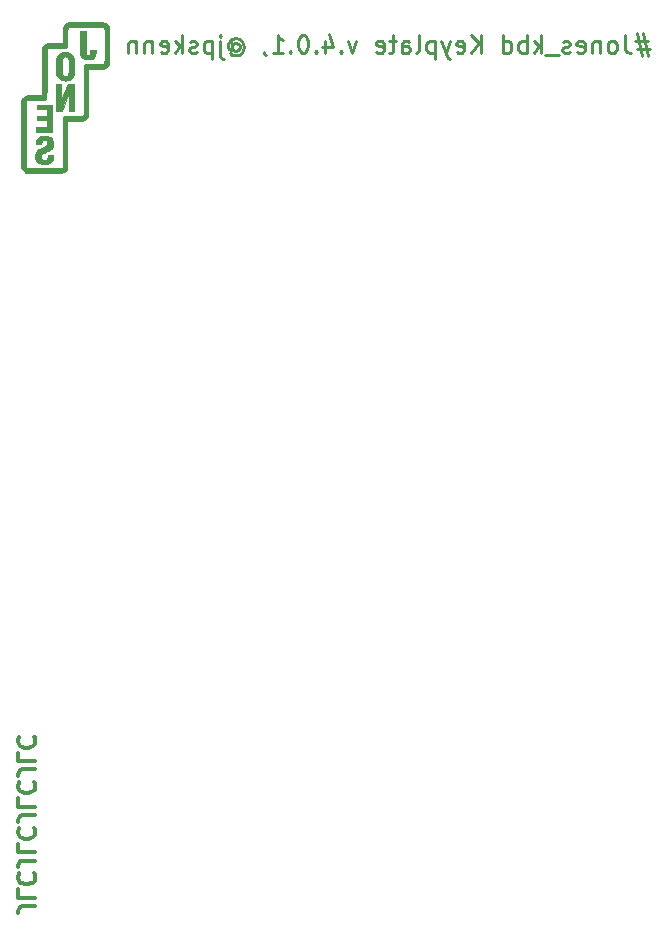
<source format=gbo>
%TF.GenerationSoftware,KiCad,Pcbnew,(5.1.10-1-10_14)*%
%TF.CreationDate,2021-07-02T05:56:29+09:00*%
%TF.ProjectId,keyplate,6b657970-6c61-4746-952e-6b696361645f,rev?*%
%TF.SameCoordinates,Original*%
%TF.FileFunction,Legend,Bot*%
%TF.FilePolarity,Positive*%
%FSLAX46Y46*%
G04 Gerber Fmt 4.6, Leading zero omitted, Abs format (unit mm)*
G04 Created by KiCad (PCBNEW (5.1.10-1-10_14)) date 2021-07-02 05:56:29*
%MOMM*%
%LPD*%
G01*
G04 APERTURE LIST*
%ADD10C,0.300000*%
%ADD11C,0.250000*%
%ADD12C,0.010000*%
G04 APERTURE END LIST*
D10*
X17046428Y-107238571D02*
X15974999Y-107238571D01*
X15760714Y-107310000D01*
X15617857Y-107452857D01*
X15546428Y-107667142D01*
X15546428Y-107810000D01*
X15546428Y-105810000D02*
X15546428Y-106524285D01*
X17046428Y-106524285D01*
X15689285Y-104452857D02*
X15617857Y-104524285D01*
X15546428Y-104738571D01*
X15546428Y-104881428D01*
X15617857Y-105095714D01*
X15760714Y-105238571D01*
X15903571Y-105310000D01*
X16189285Y-105381428D01*
X16403571Y-105381428D01*
X16689285Y-105310000D01*
X16832142Y-105238571D01*
X16975000Y-105095714D01*
X17046428Y-104881428D01*
X17046428Y-104738571D01*
X16975000Y-104524285D01*
X16903571Y-104452857D01*
X17046428Y-103381428D02*
X15975000Y-103381428D01*
X15760714Y-103452857D01*
X15617857Y-103595714D01*
X15546428Y-103810000D01*
X15546428Y-103952857D01*
X15546428Y-101952857D02*
X15546428Y-102667142D01*
X17046428Y-102667142D01*
X15689285Y-100595714D02*
X15617857Y-100667142D01*
X15546428Y-100881428D01*
X15546428Y-101024285D01*
X15617857Y-101238571D01*
X15760714Y-101381428D01*
X15903571Y-101452857D01*
X16189285Y-101524285D01*
X16403571Y-101524285D01*
X16689285Y-101452857D01*
X16832142Y-101381428D01*
X16975000Y-101238571D01*
X17046428Y-101024285D01*
X17046428Y-100881428D01*
X16975000Y-100667142D01*
X16903571Y-100595714D01*
X17046428Y-99524285D02*
X15975000Y-99524285D01*
X15760714Y-99595714D01*
X15617857Y-99738571D01*
X15546428Y-99952857D01*
X15546428Y-100095714D01*
X15546428Y-98095714D02*
X15546428Y-98810000D01*
X17046428Y-98810000D01*
X15689285Y-96738571D02*
X15617857Y-96810000D01*
X15546428Y-97024285D01*
X15546428Y-97167142D01*
X15617857Y-97381428D01*
X15760714Y-97524285D01*
X15903571Y-97595714D01*
X16189285Y-97667142D01*
X16403571Y-97667142D01*
X16689285Y-97595714D01*
X16832142Y-97524285D01*
X16975000Y-97381428D01*
X17046428Y-97167142D01*
X17046428Y-97024285D01*
X16975000Y-96810000D01*
X16903571Y-96738571D01*
X17046428Y-95667142D02*
X15975000Y-95667142D01*
X15760714Y-95738571D01*
X15617857Y-95881428D01*
X15546428Y-96095714D01*
X15546428Y-96238571D01*
X15546428Y-94238571D02*
X15546428Y-94952857D01*
X17046428Y-94952857D01*
X15689285Y-92881428D02*
X15617857Y-92952857D01*
X15546428Y-93167142D01*
X15546428Y-93310000D01*
X15617857Y-93524285D01*
X15760714Y-93667142D01*
X15903571Y-93738571D01*
X16189285Y-93810000D01*
X16403571Y-93810000D01*
X16689285Y-93738571D01*
X16832142Y-93667142D01*
X16975000Y-93524285D01*
X17046428Y-93310000D01*
X17046428Y-93167142D01*
X16975000Y-92952857D01*
X16903571Y-92881428D01*
D11*
X68926785Y-33988571D02*
X67855357Y-33988571D01*
X68498214Y-33345714D02*
X68926785Y-35274285D01*
X67998214Y-34631428D02*
X69069642Y-34631428D01*
X68426785Y-35274285D02*
X67998214Y-33345714D01*
X66926785Y-33488571D02*
X66926785Y-34560000D01*
X66998214Y-34774285D01*
X67141071Y-34917142D01*
X67355357Y-34988571D01*
X67498214Y-34988571D01*
X65998214Y-34988571D02*
X66141071Y-34917142D01*
X66212500Y-34845714D01*
X66283928Y-34702857D01*
X66283928Y-34274285D01*
X66212500Y-34131428D01*
X66141071Y-34060000D01*
X65998214Y-33988571D01*
X65783928Y-33988571D01*
X65641071Y-34060000D01*
X65569642Y-34131428D01*
X65498214Y-34274285D01*
X65498214Y-34702857D01*
X65569642Y-34845714D01*
X65641071Y-34917142D01*
X65783928Y-34988571D01*
X65998214Y-34988571D01*
X64855357Y-33988571D02*
X64855357Y-34988571D01*
X64855357Y-34131428D02*
X64783928Y-34060000D01*
X64641071Y-33988571D01*
X64426785Y-33988571D01*
X64283928Y-34060000D01*
X64212500Y-34202857D01*
X64212500Y-34988571D01*
X62926785Y-34917142D02*
X63069642Y-34988571D01*
X63355357Y-34988571D01*
X63498214Y-34917142D01*
X63569642Y-34774285D01*
X63569642Y-34202857D01*
X63498214Y-34060000D01*
X63355357Y-33988571D01*
X63069642Y-33988571D01*
X62926785Y-34060000D01*
X62855357Y-34202857D01*
X62855357Y-34345714D01*
X63569642Y-34488571D01*
X62283928Y-34917142D02*
X62141071Y-34988571D01*
X61855357Y-34988571D01*
X61712500Y-34917142D01*
X61641071Y-34774285D01*
X61641071Y-34702857D01*
X61712500Y-34560000D01*
X61855357Y-34488571D01*
X62069642Y-34488571D01*
X62212500Y-34417142D01*
X62283928Y-34274285D01*
X62283928Y-34202857D01*
X62212500Y-34060000D01*
X62069642Y-33988571D01*
X61855357Y-33988571D01*
X61712500Y-34060000D01*
X61355357Y-35131428D02*
X60212500Y-35131428D01*
X59855357Y-34988571D02*
X59855357Y-33488571D01*
X59712500Y-34417142D02*
X59283928Y-34988571D01*
X59283928Y-33988571D02*
X59855357Y-34560000D01*
X58641071Y-34988571D02*
X58641071Y-33488571D01*
X58641071Y-34060000D02*
X58498214Y-33988571D01*
X58212500Y-33988571D01*
X58069642Y-34060000D01*
X57998214Y-34131428D01*
X57926785Y-34274285D01*
X57926785Y-34702857D01*
X57998214Y-34845714D01*
X58069642Y-34917142D01*
X58212500Y-34988571D01*
X58498214Y-34988571D01*
X58641071Y-34917142D01*
X56641071Y-34988571D02*
X56641071Y-33488571D01*
X56641071Y-34917142D02*
X56783928Y-34988571D01*
X57069642Y-34988571D01*
X57212500Y-34917142D01*
X57283928Y-34845714D01*
X57355357Y-34702857D01*
X57355357Y-34274285D01*
X57283928Y-34131428D01*
X57212500Y-34060000D01*
X57069642Y-33988571D01*
X56783928Y-33988571D01*
X56641071Y-34060000D01*
X54783928Y-34988571D02*
X54783928Y-33488571D01*
X53926785Y-34988571D02*
X54569642Y-34131428D01*
X53926785Y-33488571D02*
X54783928Y-34345714D01*
X52712500Y-34917142D02*
X52855357Y-34988571D01*
X53141071Y-34988571D01*
X53283928Y-34917142D01*
X53355357Y-34774285D01*
X53355357Y-34202857D01*
X53283928Y-34060000D01*
X53141071Y-33988571D01*
X52855357Y-33988571D01*
X52712500Y-34060000D01*
X52641071Y-34202857D01*
X52641071Y-34345714D01*
X53355357Y-34488571D01*
X52141071Y-33988571D02*
X51783928Y-34988571D01*
X51426785Y-33988571D02*
X51783928Y-34988571D01*
X51926785Y-35345714D01*
X51998214Y-35417142D01*
X52141071Y-35488571D01*
X50855357Y-33988571D02*
X50855357Y-35488571D01*
X50855357Y-34060000D02*
X50712500Y-33988571D01*
X50426785Y-33988571D01*
X50283928Y-34060000D01*
X50212500Y-34131428D01*
X50141071Y-34274285D01*
X50141071Y-34702857D01*
X50212500Y-34845714D01*
X50283928Y-34917142D01*
X50426785Y-34988571D01*
X50712500Y-34988571D01*
X50855357Y-34917142D01*
X49283928Y-34988571D02*
X49426785Y-34917142D01*
X49498214Y-34774285D01*
X49498214Y-33488571D01*
X48069642Y-34988571D02*
X48069642Y-34202857D01*
X48141071Y-34060000D01*
X48283928Y-33988571D01*
X48569642Y-33988571D01*
X48712499Y-34060000D01*
X48069642Y-34917142D02*
X48212499Y-34988571D01*
X48569642Y-34988571D01*
X48712499Y-34917142D01*
X48783928Y-34774285D01*
X48783928Y-34631428D01*
X48712499Y-34488571D01*
X48569642Y-34417142D01*
X48212499Y-34417142D01*
X48069642Y-34345714D01*
X47569642Y-33988571D02*
X46998214Y-33988571D01*
X47355357Y-33488571D02*
X47355357Y-34774285D01*
X47283928Y-34917142D01*
X47141071Y-34988571D01*
X46998214Y-34988571D01*
X45926785Y-34917142D02*
X46069642Y-34988571D01*
X46355357Y-34988571D01*
X46498214Y-34917142D01*
X46569642Y-34774285D01*
X46569642Y-34202857D01*
X46498214Y-34060000D01*
X46355357Y-33988571D01*
X46069642Y-33988571D01*
X45926785Y-34060000D01*
X45855357Y-34202857D01*
X45855357Y-34345714D01*
X46569642Y-34488571D01*
X44212499Y-33988571D02*
X43855357Y-34988571D01*
X43498214Y-33988571D01*
X42926785Y-34845714D02*
X42855357Y-34917142D01*
X42926785Y-34988571D01*
X42998214Y-34917142D01*
X42926785Y-34845714D01*
X42926785Y-34988571D01*
X41569642Y-33988571D02*
X41569642Y-34988571D01*
X41926785Y-33417142D02*
X42283928Y-34488571D01*
X41355357Y-34488571D01*
X40783928Y-34845714D02*
X40712499Y-34917142D01*
X40783928Y-34988571D01*
X40855357Y-34917142D01*
X40783928Y-34845714D01*
X40783928Y-34988571D01*
X39783928Y-33488571D02*
X39641071Y-33488571D01*
X39498214Y-33560000D01*
X39426785Y-33631428D01*
X39355357Y-33774285D01*
X39283928Y-34060000D01*
X39283928Y-34417142D01*
X39355357Y-34702857D01*
X39426785Y-34845714D01*
X39498214Y-34917142D01*
X39641071Y-34988571D01*
X39783928Y-34988571D01*
X39926785Y-34917142D01*
X39998214Y-34845714D01*
X40069642Y-34702857D01*
X40141071Y-34417142D01*
X40141071Y-34060000D01*
X40069642Y-33774285D01*
X39998214Y-33631428D01*
X39926785Y-33560000D01*
X39783928Y-33488571D01*
X38641071Y-34845714D02*
X38569642Y-34917142D01*
X38641071Y-34988571D01*
X38712499Y-34917142D01*
X38641071Y-34845714D01*
X38641071Y-34988571D01*
X37141071Y-34988571D02*
X37998214Y-34988571D01*
X37569642Y-34988571D02*
X37569642Y-33488571D01*
X37712499Y-33702857D01*
X37855357Y-33845714D01*
X37998214Y-33917142D01*
X36426785Y-34917142D02*
X36426785Y-34988571D01*
X36498214Y-35131428D01*
X36569642Y-35202857D01*
X33712499Y-34274285D02*
X33783928Y-34202857D01*
X33926785Y-34131428D01*
X34069642Y-34131428D01*
X34212499Y-34202857D01*
X34283928Y-34274285D01*
X34355357Y-34417142D01*
X34355357Y-34560000D01*
X34283928Y-34702857D01*
X34212499Y-34774285D01*
X34069642Y-34845714D01*
X33926785Y-34845714D01*
X33783928Y-34774285D01*
X33712499Y-34702857D01*
X33712499Y-34131428D02*
X33712499Y-34702857D01*
X33641071Y-34774285D01*
X33569642Y-34774285D01*
X33426785Y-34702857D01*
X33355357Y-34560000D01*
X33355357Y-34202857D01*
X33498214Y-33988571D01*
X33712499Y-33845714D01*
X33998214Y-33774285D01*
X34283928Y-33845714D01*
X34498214Y-33988571D01*
X34641071Y-34202857D01*
X34712499Y-34488571D01*
X34641071Y-34774285D01*
X34498214Y-34988571D01*
X34283928Y-35131428D01*
X33998214Y-35202857D01*
X33712499Y-35131428D01*
X33498214Y-34988571D01*
X32712499Y-33988571D02*
X32712499Y-35274285D01*
X32783928Y-35417142D01*
X32926785Y-35488571D01*
X32998214Y-35488571D01*
X32712499Y-33488571D02*
X32783928Y-33560000D01*
X32712499Y-33631428D01*
X32641071Y-33560000D01*
X32712499Y-33488571D01*
X32712499Y-33631428D01*
X31998214Y-33988571D02*
X31998214Y-35488571D01*
X31998214Y-34060000D02*
X31855357Y-33988571D01*
X31569642Y-33988571D01*
X31426785Y-34060000D01*
X31355357Y-34131428D01*
X31283928Y-34274285D01*
X31283928Y-34702857D01*
X31355357Y-34845714D01*
X31426785Y-34917142D01*
X31569642Y-34988571D01*
X31855357Y-34988571D01*
X31998214Y-34917142D01*
X30712499Y-34917142D02*
X30569642Y-34988571D01*
X30283928Y-34988571D01*
X30141071Y-34917142D01*
X30069642Y-34774285D01*
X30069642Y-34702857D01*
X30141071Y-34560000D01*
X30283928Y-34488571D01*
X30498214Y-34488571D01*
X30641071Y-34417142D01*
X30712499Y-34274285D01*
X30712499Y-34202857D01*
X30641071Y-34060000D01*
X30498214Y-33988571D01*
X30283928Y-33988571D01*
X30141071Y-34060000D01*
X29426785Y-34988571D02*
X29426785Y-33488571D01*
X29283928Y-34417142D02*
X28855357Y-34988571D01*
X28855357Y-33988571D02*
X29426785Y-34560000D01*
X27641071Y-34917142D02*
X27783928Y-34988571D01*
X28069642Y-34988571D01*
X28212499Y-34917142D01*
X28283928Y-34774285D01*
X28283928Y-34202857D01*
X28212499Y-34060000D01*
X28069642Y-33988571D01*
X27783928Y-33988571D01*
X27641071Y-34060000D01*
X27569642Y-34202857D01*
X27569642Y-34345714D01*
X28283928Y-34488571D01*
X26926785Y-33988571D02*
X26926785Y-34988571D01*
X26926785Y-34131428D02*
X26855357Y-34060000D01*
X26712499Y-33988571D01*
X26498214Y-33988571D01*
X26355357Y-34060000D01*
X26283928Y-34202857D01*
X26283928Y-34988571D01*
X25569642Y-33988571D02*
X25569642Y-34988571D01*
X25569642Y-34131428D02*
X25498214Y-34060000D01*
X25355357Y-33988571D01*
X25141071Y-33988571D01*
X24998214Y-34060000D01*
X24926785Y-34202857D01*
X24926785Y-34988571D01*
D12*
%TO.C,G\u002A\u002A\u002A*%
G36*
X20819100Y-34112441D02*
G01*
X20820469Y-34311254D01*
X20821858Y-34482585D01*
X20823439Y-34628833D01*
X20825383Y-34752397D01*
X20827863Y-34855678D01*
X20831050Y-34941074D01*
X20835116Y-35010985D01*
X20840233Y-35067810D01*
X20846572Y-35113950D01*
X20854305Y-35151803D01*
X20863604Y-35183769D01*
X20874641Y-35212247D01*
X20887587Y-35239638D01*
X20901709Y-35266647D01*
X20943071Y-35334499D01*
X20988802Y-35386129D01*
X21039235Y-35426788D01*
X21130319Y-35477121D01*
X21243788Y-35514397D01*
X21374707Y-35537673D01*
X21518145Y-35546004D01*
X21638032Y-35541321D01*
X21768462Y-35518534D01*
X21879549Y-35472978D01*
X21971278Y-35404674D01*
X22043631Y-35313644D01*
X22096591Y-35199910D01*
X22130143Y-35063495D01*
X22144270Y-34904420D01*
X22144769Y-34866970D01*
X22144882Y-34766117D01*
X21696647Y-34766117D01*
X21696647Y-34879030D01*
X21690685Y-34992032D01*
X21672632Y-35078594D01*
X21642238Y-35139712D01*
X21626743Y-35157094D01*
X21597883Y-35178195D01*
X21562312Y-35188785D01*
X21509131Y-35191920D01*
X21502411Y-35191941D01*
X21429041Y-35183663D01*
X21376930Y-35156650D01*
X21341769Y-35107636D01*
X21324582Y-35057096D01*
X21320533Y-35025613D01*
X21317063Y-34965502D01*
X21314169Y-34876574D01*
X21311847Y-34758640D01*
X21310094Y-34611511D01*
X21308906Y-34435000D01*
X21308282Y-34228916D01*
X21308176Y-34087148D01*
X21308176Y-33182353D01*
X20812927Y-33182353D01*
X20819100Y-34112441D01*
G37*
X20819100Y-34112441D02*
X20820469Y-34311254D01*
X20821858Y-34482585D01*
X20823439Y-34628833D01*
X20825383Y-34752397D01*
X20827863Y-34855678D01*
X20831050Y-34941074D01*
X20835116Y-35010985D01*
X20840233Y-35067810D01*
X20846572Y-35113950D01*
X20854305Y-35151803D01*
X20863604Y-35183769D01*
X20874641Y-35212247D01*
X20887587Y-35239638D01*
X20901709Y-35266647D01*
X20943071Y-35334499D01*
X20988802Y-35386129D01*
X21039235Y-35426788D01*
X21130319Y-35477121D01*
X21243788Y-35514397D01*
X21374707Y-35537673D01*
X21518145Y-35546004D01*
X21638032Y-35541321D01*
X21768462Y-35518534D01*
X21879549Y-35472978D01*
X21971278Y-35404674D01*
X22043631Y-35313644D01*
X22096591Y-35199910D01*
X22130143Y-35063495D01*
X22144270Y-34904420D01*
X22144769Y-34866970D01*
X22144882Y-34766117D01*
X21696647Y-34766117D01*
X21696647Y-34879030D01*
X21690685Y-34992032D01*
X21672632Y-35078594D01*
X21642238Y-35139712D01*
X21626743Y-35157094D01*
X21597883Y-35178195D01*
X21562312Y-35188785D01*
X21509131Y-35191920D01*
X21502411Y-35191941D01*
X21429041Y-35183663D01*
X21376930Y-35156650D01*
X21341769Y-35107636D01*
X21324582Y-35057096D01*
X21320533Y-35025613D01*
X21317063Y-34965502D01*
X21314169Y-34876574D01*
X21311847Y-34758640D01*
X21310094Y-34611511D01*
X21308906Y-34435000D01*
X21308282Y-34228916D01*
X21308176Y-34087148D01*
X21308176Y-33182353D01*
X20812927Y-33182353D01*
X20819100Y-34112441D01*
G36*
X19470234Y-34937310D02*
G01*
X19374889Y-34946576D01*
X19294814Y-34960736D01*
X19269968Y-34967468D01*
X19148354Y-35020401D01*
X19042391Y-35097868D01*
X18953533Y-35198113D01*
X18883232Y-35319374D01*
X18832942Y-35459895D01*
X18820810Y-35511032D01*
X18803159Y-35619527D01*
X18789899Y-35751040D01*
X18781031Y-35899030D01*
X18776555Y-36056956D01*
X18776471Y-36218279D01*
X18780778Y-36376456D01*
X18789477Y-36524948D01*
X18802568Y-36657215D01*
X18820051Y-36766716D01*
X18820810Y-36770380D01*
X18864068Y-36918429D01*
X18927023Y-37044998D01*
X19009028Y-37149377D01*
X19109433Y-37230853D01*
X19227589Y-37288715D01*
X19316810Y-37314014D01*
X19384552Y-37324044D01*
X19470510Y-37330587D01*
X19564818Y-37333504D01*
X19657608Y-37332654D01*
X19739014Y-37327898D01*
X19791647Y-37320730D01*
X19923458Y-37282595D01*
X20036094Y-37224389D01*
X20130314Y-37145111D01*
X20206879Y-37043759D01*
X20266548Y-36919333D01*
X20310082Y-36770832D01*
X20337766Y-36601473D01*
X20345114Y-36513741D01*
X20350379Y-36403575D01*
X20353561Y-36278352D01*
X20354662Y-36145448D01*
X20354210Y-36083873D01*
X19871522Y-36083873D01*
X19869788Y-36226948D01*
X19867120Y-36366245D01*
X19863855Y-36479528D01*
X19859531Y-36570663D01*
X19853689Y-36643517D01*
X19845865Y-36701957D01*
X19835599Y-36749850D01*
X19822430Y-36791063D01*
X19805895Y-36829464D01*
X19795394Y-36850411D01*
X19743555Y-36920992D01*
X19675744Y-36967340D01*
X19595102Y-36988189D01*
X19504774Y-36982275D01*
X19481753Y-36976663D01*
X19414265Y-36942647D01*
X19357993Y-36881994D01*
X19314266Y-36796265D01*
X19304532Y-36768235D01*
X19289785Y-36703416D01*
X19277826Y-36613975D01*
X19268653Y-36505044D01*
X19262268Y-36381753D01*
X19258671Y-36249233D01*
X19257861Y-36112614D01*
X19259840Y-35977027D01*
X19264606Y-35847604D01*
X19272161Y-35729474D01*
X19282504Y-35627769D01*
X19295636Y-35547619D01*
X19304485Y-35513176D01*
X19343664Y-35420337D01*
X19395111Y-35353915D01*
X19459973Y-35312590D01*
X19486646Y-35303651D01*
X19575211Y-35292000D01*
X19656145Y-35304892D01*
X19724390Y-35340836D01*
X19767341Y-35386474D01*
X19795876Y-35433615D01*
X19819211Y-35485887D01*
X19837728Y-35546443D01*
X19851814Y-35618438D01*
X19861852Y-35705024D01*
X19868226Y-35809356D01*
X19871321Y-35934588D01*
X19871522Y-36083873D01*
X20354210Y-36083873D01*
X20353683Y-36012239D01*
X20350626Y-35886102D01*
X20345489Y-35774412D01*
X20338276Y-35684547D01*
X20337642Y-35678805D01*
X20309324Y-35505698D01*
X20265873Y-35357701D01*
X20206319Y-35233613D01*
X20129693Y-35132235D01*
X20035027Y-35052364D01*
X19921351Y-34992799D01*
X19787698Y-34952340D01*
X19744853Y-34943972D01*
X19665519Y-34935498D01*
X19570545Y-34933447D01*
X19470234Y-34937310D01*
G37*
X19470234Y-34937310D02*
X19374889Y-34946576D01*
X19294814Y-34960736D01*
X19269968Y-34967468D01*
X19148354Y-35020401D01*
X19042391Y-35097868D01*
X18953533Y-35198113D01*
X18883232Y-35319374D01*
X18832942Y-35459895D01*
X18820810Y-35511032D01*
X18803159Y-35619527D01*
X18789899Y-35751040D01*
X18781031Y-35899030D01*
X18776555Y-36056956D01*
X18776471Y-36218279D01*
X18780778Y-36376456D01*
X18789477Y-36524948D01*
X18802568Y-36657215D01*
X18820051Y-36766716D01*
X18820810Y-36770380D01*
X18864068Y-36918429D01*
X18927023Y-37044998D01*
X19009028Y-37149377D01*
X19109433Y-37230853D01*
X19227589Y-37288715D01*
X19316810Y-37314014D01*
X19384552Y-37324044D01*
X19470510Y-37330587D01*
X19564818Y-37333504D01*
X19657608Y-37332654D01*
X19739014Y-37327898D01*
X19791647Y-37320730D01*
X19923458Y-37282595D01*
X20036094Y-37224389D01*
X20130314Y-37145111D01*
X20206879Y-37043759D01*
X20266548Y-36919333D01*
X20310082Y-36770832D01*
X20337766Y-36601473D01*
X20345114Y-36513741D01*
X20350379Y-36403575D01*
X20353561Y-36278352D01*
X20354662Y-36145448D01*
X20354210Y-36083873D01*
X19871522Y-36083873D01*
X19869788Y-36226948D01*
X19867120Y-36366245D01*
X19863855Y-36479528D01*
X19859531Y-36570663D01*
X19853689Y-36643517D01*
X19845865Y-36701957D01*
X19835599Y-36749850D01*
X19822430Y-36791063D01*
X19805895Y-36829464D01*
X19795394Y-36850411D01*
X19743555Y-36920992D01*
X19675744Y-36967340D01*
X19595102Y-36988189D01*
X19504774Y-36982275D01*
X19481753Y-36976663D01*
X19414265Y-36942647D01*
X19357993Y-36881994D01*
X19314266Y-36796265D01*
X19304532Y-36768235D01*
X19289785Y-36703416D01*
X19277826Y-36613975D01*
X19268653Y-36505044D01*
X19262268Y-36381753D01*
X19258671Y-36249233D01*
X19257861Y-36112614D01*
X19259840Y-35977027D01*
X19264606Y-35847604D01*
X19272161Y-35729474D01*
X19282504Y-35627769D01*
X19295636Y-35547619D01*
X19304485Y-35513176D01*
X19343664Y-35420337D01*
X19395111Y-35353915D01*
X19459973Y-35312590D01*
X19486646Y-35303651D01*
X19575211Y-35292000D01*
X19656145Y-35304892D01*
X19724390Y-35340836D01*
X19767341Y-35386474D01*
X19795876Y-35433615D01*
X19819211Y-35485887D01*
X19837728Y-35546443D01*
X19851814Y-35618438D01*
X19861852Y-35705024D01*
X19868226Y-35809356D01*
X19871321Y-35934588D01*
X19871522Y-36083873D01*
X20354210Y-36083873D01*
X20353683Y-36012239D01*
X20350626Y-35886102D01*
X20345489Y-35774412D01*
X20338276Y-35684547D01*
X20337642Y-35678805D01*
X20309324Y-35505698D01*
X20265873Y-35357701D01*
X20206319Y-35233613D01*
X20129693Y-35132235D01*
X20035027Y-35052364D01*
X19921351Y-34992799D01*
X19787698Y-34952340D01*
X19744853Y-34943972D01*
X19665519Y-34935498D01*
X19570545Y-34933447D01*
X19470234Y-34937310D01*
G36*
X19511443Y-38400559D02*
G01*
X19232846Y-39181235D01*
X19232099Y-38400559D01*
X19231353Y-37619882D01*
X18798058Y-37619882D01*
X18798058Y-39951380D01*
X19068493Y-39947307D01*
X19338927Y-39943235D01*
X19902443Y-38344529D01*
X19903074Y-39147617D01*
X19903705Y-39950706D01*
X20337000Y-39950706D01*
X20337000Y-37619882D01*
X19790041Y-37619882D01*
X19511443Y-38400559D01*
G37*
X19511443Y-38400559D02*
X19232846Y-39181235D01*
X19232099Y-38400559D01*
X19231353Y-37619882D01*
X18798058Y-37619882D01*
X18798058Y-39951380D01*
X19068493Y-39947307D01*
X19338927Y-39943235D01*
X19902443Y-38344529D01*
X19903074Y-39147617D01*
X19903705Y-39950706D01*
X20337000Y-39950706D01*
X20337000Y-37619882D01*
X19790041Y-37619882D01*
X19511443Y-38400559D01*
G36*
X17169470Y-39786353D02*
G01*
X17991235Y-39786353D01*
X17991235Y-40309294D01*
X17214294Y-40309294D01*
X17214294Y-40712706D01*
X17991235Y-40712706D01*
X17991235Y-41310353D01*
X17124647Y-41310353D01*
X17124647Y-41713764D01*
X18469353Y-41713764D01*
X18469353Y-39382941D01*
X17169470Y-39382941D01*
X17169470Y-39786353D01*
G37*
X17169470Y-39786353D02*
X17991235Y-39786353D01*
X17991235Y-40309294D01*
X17214294Y-40309294D01*
X17214294Y-40712706D01*
X17991235Y-40712706D01*
X17991235Y-41310353D01*
X17124647Y-41310353D01*
X17124647Y-41713764D01*
X18469353Y-41713764D01*
X18469353Y-39382941D01*
X17169470Y-39382941D01*
X17169470Y-39786353D01*
G36*
X17653707Y-42008156D02*
G01*
X17509105Y-42039117D01*
X17384864Y-42090759D01*
X17281587Y-42162781D01*
X17199880Y-42254883D01*
X17157581Y-42327513D01*
X17137927Y-42381684D01*
X17119948Y-42455260D01*
X17105617Y-42537764D01*
X17096907Y-42618719D01*
X17095226Y-42658794D01*
X17094764Y-42699882D01*
X17554091Y-42699882D01*
X17564470Y-42621441D01*
X17585510Y-42526335D01*
X17619938Y-42450006D01*
X17665623Y-42396776D01*
X17680189Y-42386572D01*
X17744282Y-42362265D01*
X17817785Y-42357183D01*
X17892487Y-42369469D01*
X17960177Y-42397266D01*
X18012643Y-42438715D01*
X18031736Y-42466089D01*
X18051904Y-42529177D01*
X18057923Y-42606432D01*
X18050191Y-42685914D01*
X18029103Y-42755688D01*
X18021619Y-42770523D01*
X18000755Y-42800452D01*
X17970779Y-42829705D01*
X17928524Y-42860115D01*
X17870828Y-42893515D01*
X17794525Y-42931742D01*
X17696451Y-42976629D01*
X17575532Y-43029119D01*
X17431010Y-43095256D01*
X17313434Y-43159812D01*
X17220165Y-43225406D01*
X17148566Y-43294658D01*
X17095997Y-43370189D01*
X17059818Y-43454617D01*
X17037392Y-43550562D01*
X17035121Y-43565614D01*
X17026721Y-43687222D01*
X17033953Y-43811676D01*
X17055422Y-43931270D01*
X17089736Y-44038293D01*
X17135498Y-44125037D01*
X17136580Y-44126597D01*
X17211933Y-44209584D01*
X17310870Y-44279041D01*
X17429837Y-44333948D01*
X17565280Y-44373287D01*
X17713647Y-44396038D01*
X17871384Y-44401183D01*
X18034938Y-44387701D01*
X18042995Y-44386550D01*
X18184773Y-44354054D01*
X18304758Y-44301128D01*
X18402835Y-44227909D01*
X18478891Y-44134536D01*
X18532809Y-44021147D01*
X18564476Y-43887878D01*
X18573857Y-43749500D01*
X18573941Y-43626235D01*
X18100252Y-43626235D01*
X18090861Y-43748021D01*
X18081652Y-43823258D01*
X18067421Y-43887232D01*
X18053778Y-43923580D01*
X18008296Y-43981626D01*
X17944891Y-44021908D01*
X17869865Y-44044162D01*
X17789515Y-44048124D01*
X17710143Y-44033530D01*
X17638046Y-44000117D01*
X17579526Y-43947619D01*
X17576368Y-43943574D01*
X17543917Y-43879135D01*
X17529051Y-43799979D01*
X17532461Y-43716039D01*
X17554836Y-43637246D01*
X17555034Y-43636797D01*
X17580627Y-43591159D01*
X17616608Y-43550672D01*
X17666936Y-43512676D01*
X17735572Y-43474513D01*
X17826475Y-43433523D01*
X17904569Y-43402078D01*
X17984999Y-43369951D01*
X18064341Y-43336894D01*
X18133913Y-43306608D01*
X18185032Y-43282793D01*
X18188641Y-43280987D01*
X18273292Y-43229237D01*
X18354292Y-43163615D01*
X18422687Y-43092125D01*
X18462032Y-43036573D01*
X18508423Y-42929440D01*
X18535284Y-42804310D01*
X18542082Y-42666255D01*
X18528283Y-42520344D01*
X18520676Y-42478870D01*
X18481261Y-42349944D01*
X18419552Y-42240783D01*
X18335837Y-42151586D01*
X18230405Y-42082551D01*
X18103547Y-42033876D01*
X17955552Y-42005758D01*
X17818066Y-41998179D01*
X17653707Y-42008156D01*
G37*
X17653707Y-42008156D02*
X17509105Y-42039117D01*
X17384864Y-42090759D01*
X17281587Y-42162781D01*
X17199880Y-42254883D01*
X17157581Y-42327513D01*
X17137927Y-42381684D01*
X17119948Y-42455260D01*
X17105617Y-42537764D01*
X17096907Y-42618719D01*
X17095226Y-42658794D01*
X17094764Y-42699882D01*
X17554091Y-42699882D01*
X17564470Y-42621441D01*
X17585510Y-42526335D01*
X17619938Y-42450006D01*
X17665623Y-42396776D01*
X17680189Y-42386572D01*
X17744282Y-42362265D01*
X17817785Y-42357183D01*
X17892487Y-42369469D01*
X17960177Y-42397266D01*
X18012643Y-42438715D01*
X18031736Y-42466089D01*
X18051904Y-42529177D01*
X18057923Y-42606432D01*
X18050191Y-42685914D01*
X18029103Y-42755688D01*
X18021619Y-42770523D01*
X18000755Y-42800452D01*
X17970779Y-42829705D01*
X17928524Y-42860115D01*
X17870828Y-42893515D01*
X17794525Y-42931742D01*
X17696451Y-42976629D01*
X17575532Y-43029119D01*
X17431010Y-43095256D01*
X17313434Y-43159812D01*
X17220165Y-43225406D01*
X17148566Y-43294658D01*
X17095997Y-43370189D01*
X17059818Y-43454617D01*
X17037392Y-43550562D01*
X17035121Y-43565614D01*
X17026721Y-43687222D01*
X17033953Y-43811676D01*
X17055422Y-43931270D01*
X17089736Y-44038293D01*
X17135498Y-44125037D01*
X17136580Y-44126597D01*
X17211933Y-44209584D01*
X17310870Y-44279041D01*
X17429837Y-44333948D01*
X17565280Y-44373287D01*
X17713647Y-44396038D01*
X17871384Y-44401183D01*
X18034938Y-44387701D01*
X18042995Y-44386550D01*
X18184773Y-44354054D01*
X18304758Y-44301128D01*
X18402835Y-44227909D01*
X18478891Y-44134536D01*
X18532809Y-44021147D01*
X18564476Y-43887878D01*
X18573857Y-43749500D01*
X18573941Y-43626235D01*
X18100252Y-43626235D01*
X18090861Y-43748021D01*
X18081652Y-43823258D01*
X18067421Y-43887232D01*
X18053778Y-43923580D01*
X18008296Y-43981626D01*
X17944891Y-44021908D01*
X17869865Y-44044162D01*
X17789515Y-44048124D01*
X17710143Y-44033530D01*
X17638046Y-44000117D01*
X17579526Y-43947619D01*
X17576368Y-43943574D01*
X17543917Y-43879135D01*
X17529051Y-43799979D01*
X17532461Y-43716039D01*
X17554836Y-43637246D01*
X17555034Y-43636797D01*
X17580627Y-43591159D01*
X17616608Y-43550672D01*
X17666936Y-43512676D01*
X17735572Y-43474513D01*
X17826475Y-43433523D01*
X17904569Y-43402078D01*
X17984999Y-43369951D01*
X18064341Y-43336894D01*
X18133913Y-43306608D01*
X18185032Y-43282793D01*
X18188641Y-43280987D01*
X18273292Y-43229237D01*
X18354292Y-43163615D01*
X18422687Y-43092125D01*
X18462032Y-43036573D01*
X18508423Y-42929440D01*
X18535284Y-42804310D01*
X18542082Y-42666255D01*
X18528283Y-42520344D01*
X18520676Y-42478870D01*
X18481261Y-42349944D01*
X18419552Y-42240783D01*
X18335837Y-42151586D01*
X18230405Y-42082551D01*
X18103547Y-42033876D01*
X17955552Y-42005758D01*
X17818066Y-41998179D01*
X17653707Y-42008156D01*
G36*
X21771555Y-32407217D02*
G01*
X21549516Y-32407708D01*
X21299598Y-32408409D01*
X21270823Y-32408495D01*
X19806588Y-32412882D01*
X19720726Y-32447555D01*
X19614558Y-32505978D01*
X19523221Y-32587262D01*
X19450541Y-32686489D01*
X19400345Y-32798738D01*
X19380181Y-32885491D01*
X19377110Y-32921609D01*
X19374263Y-32983723D01*
X19371719Y-33067945D01*
X19369556Y-33170388D01*
X19367854Y-33287167D01*
X19366692Y-33414395D01*
X19366150Y-33548184D01*
X19366124Y-33574559D01*
X19365823Y-34168470D01*
X18771911Y-34168771D01*
X18637300Y-34169183D01*
X18508496Y-34170231D01*
X18389388Y-34171835D01*
X18283860Y-34173914D01*
X18195801Y-34176391D01*
X18129096Y-34179186D01*
X18087633Y-34182219D01*
X18082844Y-34182828D01*
X17964230Y-34214326D01*
X17855070Y-34271082D01*
X17760283Y-34349270D01*
X17684790Y-34445063D01*
X17644907Y-34523373D01*
X17610235Y-34609235D01*
X17602131Y-38589909D01*
X16926359Y-38594219D01*
X16766633Y-38595269D01*
X16633938Y-38596296D01*
X16525425Y-38597443D01*
X16438244Y-38598857D01*
X16369544Y-38600683D01*
X16316475Y-38603067D01*
X16276187Y-38606153D01*
X16245831Y-38610087D01*
X16222555Y-38615014D01*
X16203510Y-38621080D01*
X16185846Y-38628430D01*
X16177072Y-38632432D01*
X16070446Y-38695751D01*
X15980090Y-38777929D01*
X15931804Y-38841238D01*
X15920809Y-38857747D01*
X15910716Y-38872412D01*
X15901489Y-38886515D01*
X15893091Y-38901337D01*
X15885484Y-38918158D01*
X15878633Y-38938259D01*
X15872500Y-38962922D01*
X15867048Y-38993427D01*
X15862240Y-39031055D01*
X15858040Y-39077088D01*
X15854411Y-39132805D01*
X15851315Y-39199488D01*
X15848716Y-39278417D01*
X15846578Y-39370875D01*
X15844862Y-39478140D01*
X15843532Y-39601496D01*
X15842552Y-39742221D01*
X15841885Y-39901598D01*
X15841492Y-40080907D01*
X15841339Y-40281428D01*
X15841387Y-40504444D01*
X15841601Y-40751234D01*
X15841942Y-41023081D01*
X15842375Y-41321263D01*
X15842862Y-41647063D01*
X15843250Y-41916897D01*
X15847176Y-44739988D01*
X15896095Y-44839353D01*
X15959118Y-44938802D01*
X16041765Y-45026232D01*
X16136754Y-45094723D01*
X16194608Y-45123033D01*
X16280470Y-45157706D01*
X17752176Y-45159959D01*
X17960897Y-45160156D01*
X18162207Y-45160107D01*
X18353959Y-45159825D01*
X18534008Y-45159325D01*
X18700207Y-45158621D01*
X18850411Y-45157725D01*
X18982471Y-45156653D01*
X19094244Y-45155417D01*
X19183581Y-45154032D01*
X19248338Y-45152511D01*
X19286367Y-45150868D01*
X19294397Y-45150057D01*
X19412399Y-45115434D01*
X19520589Y-45055987D01*
X19613680Y-44975697D01*
X19686385Y-44878545D01*
X19706927Y-44839406D01*
X19746823Y-44754294D01*
X19750718Y-42748441D01*
X19754614Y-40742588D01*
X20401683Y-40742588D01*
X20569579Y-40742479D01*
X20710557Y-40741934D01*
X20827585Y-40740623D01*
X20923627Y-40738216D01*
X21001649Y-40734386D01*
X21064616Y-40728802D01*
X21115495Y-40721135D01*
X21157250Y-40711056D01*
X21192846Y-40698236D01*
X21225251Y-40682345D01*
X21257428Y-40663055D01*
X21285764Y-40644443D01*
X21369043Y-40576582D01*
X21434454Y-40494025D01*
X21486599Y-40392414D01*
X21524823Y-40301823D01*
X21533031Y-36336891D01*
X22193809Y-36331872D01*
X22351729Y-36330635D01*
X22482705Y-36329438D01*
X22589678Y-36328128D01*
X22675585Y-36326550D01*
X22743365Y-36324550D01*
X22795957Y-36321974D01*
X22836299Y-36318669D01*
X22867332Y-36314479D01*
X22891992Y-36309250D01*
X22913220Y-36302829D01*
X22933953Y-36295061D01*
X22939777Y-36292741D01*
X23025302Y-36246844D01*
X23109129Y-36181542D01*
X23180758Y-36105867D01*
X23215878Y-36055267D01*
X23228576Y-36033436D01*
X23239835Y-36012605D01*
X23249742Y-35990931D01*
X23258383Y-35966574D01*
X23265846Y-35937690D01*
X23272217Y-35902439D01*
X23277584Y-35858977D01*
X23282032Y-35805464D01*
X23285649Y-35740057D01*
X23288522Y-35660914D01*
X23290737Y-35566194D01*
X23292382Y-35454054D01*
X23293542Y-35322652D01*
X23294306Y-35170146D01*
X23294760Y-34994695D01*
X23294991Y-34794457D01*
X23295085Y-34567589D01*
X23295119Y-34374647D01*
X23295138Y-34126684D01*
X23295110Y-34046221D01*
X22906905Y-34046221D01*
X22906863Y-34280851D01*
X22906859Y-34366921D01*
X22906874Y-34610677D01*
X22906848Y-34826336D01*
X22906683Y-35015684D01*
X22906281Y-35180505D01*
X22905547Y-35322586D01*
X22904383Y-35443712D01*
X22902691Y-35545667D01*
X22900376Y-35630239D01*
X22897339Y-35699210D01*
X22893484Y-35754369D01*
X22888713Y-35797498D01*
X22882931Y-35830385D01*
X22876039Y-35854814D01*
X22867940Y-35872571D01*
X22858539Y-35885441D01*
X22847736Y-35895210D01*
X22835437Y-35903663D01*
X22822900Y-35911690D01*
X22811838Y-35917842D01*
X22797268Y-35923053D01*
X22776654Y-35927434D01*
X22747458Y-35931095D01*
X22707143Y-35934145D01*
X22653172Y-35936694D01*
X22583007Y-35938852D01*
X22494112Y-35940728D01*
X22383948Y-35942433D01*
X22249979Y-35944076D01*
X22089667Y-35945766D01*
X22018564Y-35946470D01*
X21836516Y-35948432D01*
X21682396Y-35950510D01*
X21554248Y-35952767D01*
X21450119Y-35955271D01*
X21368054Y-35958085D01*
X21306097Y-35961275D01*
X21262294Y-35964907D01*
X21234691Y-35969046D01*
X21222419Y-35973060D01*
X21211491Y-35978830D01*
X21201623Y-35984009D01*
X21192762Y-35990075D01*
X21184853Y-35998505D01*
X21177842Y-36010775D01*
X21171676Y-36028362D01*
X21166299Y-36052742D01*
X21161659Y-36085394D01*
X21157701Y-36127793D01*
X21154371Y-36181416D01*
X21151615Y-36247741D01*
X21149379Y-36328243D01*
X21147609Y-36424400D01*
X21146251Y-36537689D01*
X21145251Y-36669586D01*
X21144554Y-36821568D01*
X21144108Y-36995112D01*
X21143857Y-37191695D01*
X21143748Y-37412794D01*
X21143727Y-37659885D01*
X21143739Y-37934445D01*
X21143740Y-38123405D01*
X21143617Y-38437469D01*
X21143278Y-38728171D01*
X21142727Y-38994921D01*
X21141968Y-39237126D01*
X21141006Y-39454199D01*
X21139844Y-39645547D01*
X21138487Y-39810580D01*
X21136939Y-39948709D01*
X21135205Y-40059342D01*
X21133287Y-40141890D01*
X21131192Y-40195762D01*
X21128922Y-40220368D01*
X21128821Y-40220756D01*
X21107498Y-40268307D01*
X21076484Y-40309392D01*
X21075423Y-40310403D01*
X21036861Y-40346647D01*
X20264842Y-40354117D01*
X20088885Y-40355805D01*
X19940326Y-40357365D01*
X19816680Y-40359073D01*
X19715464Y-40361205D01*
X19634197Y-40364036D01*
X19570394Y-40367843D01*
X19521573Y-40372900D01*
X19485251Y-40379484D01*
X19458944Y-40387870D01*
X19440171Y-40398333D01*
X19426447Y-40411151D01*
X19415291Y-40426597D01*
X19404218Y-40444948D01*
X19401181Y-40450007D01*
X19397283Y-40457332D01*
X19393755Y-40466787D01*
X19390572Y-40479861D01*
X19387710Y-40498045D01*
X19385144Y-40522827D01*
X19382850Y-40555698D01*
X19380803Y-40598147D01*
X19378977Y-40651665D01*
X19377349Y-40717740D01*
X19375894Y-40797863D01*
X19374587Y-40893524D01*
X19373403Y-41006212D01*
X19372318Y-41137416D01*
X19371306Y-41288627D01*
X19370344Y-41461335D01*
X19369407Y-41657029D01*
X19368470Y-41877199D01*
X19367508Y-42123334D01*
X19366496Y-42396925D01*
X19365823Y-42583751D01*
X19358353Y-44671444D01*
X19319161Y-44710633D01*
X19277580Y-44741335D01*
X19231099Y-44761525D01*
X19229514Y-44761919D01*
X19207532Y-44763637D01*
X19157825Y-44765232D01*
X19082550Y-44766690D01*
X18983863Y-44767997D01*
X18863921Y-44769138D01*
X18724882Y-44770099D01*
X18568902Y-44770866D01*
X18398137Y-44771425D01*
X18214746Y-44771760D01*
X18020885Y-44771859D01*
X17818710Y-44771705D01*
X17767117Y-44771626D01*
X17521376Y-44771139D01*
X17303918Y-44770544D01*
X17113144Y-44769816D01*
X16947456Y-44768931D01*
X16805254Y-44767865D01*
X16684940Y-44766593D01*
X16584915Y-44765091D01*
X16503579Y-44763335D01*
X16439334Y-44761300D01*
X16390581Y-44758963D01*
X16355721Y-44756297D01*
X16333155Y-44753281D01*
X16321284Y-44749888D01*
X16320759Y-44749605D01*
X16289377Y-44723283D01*
X16259392Y-44685690D01*
X16257315Y-44682370D01*
X16253766Y-44676036D01*
X16250518Y-44668323D01*
X16247559Y-44657939D01*
X16244875Y-44643592D01*
X16242452Y-44623987D01*
X16240276Y-44597834D01*
X16238336Y-44563839D01*
X16236616Y-44520711D01*
X16235104Y-44467155D01*
X16233787Y-44401881D01*
X16232650Y-44323595D01*
X16231681Y-44231004D01*
X16230865Y-44122817D01*
X16230191Y-43997741D01*
X16229643Y-43854483D01*
X16229209Y-43691751D01*
X16228876Y-43508252D01*
X16228630Y-43302694D01*
X16228457Y-43073783D01*
X16228344Y-42820229D01*
X16228278Y-42540737D01*
X16228245Y-42234016D01*
X16228232Y-41898773D01*
X16228232Y-41880375D01*
X16228243Y-41541116D01*
X16228297Y-41230470D01*
X16228406Y-40947167D01*
X16228580Y-40689938D01*
X16228829Y-40457514D01*
X16229163Y-40248625D01*
X16229595Y-40062002D01*
X16230134Y-39896375D01*
X16230791Y-39750475D01*
X16231577Y-39623032D01*
X16232502Y-39512778D01*
X16233577Y-39418442D01*
X16234812Y-39338755D01*
X16236219Y-39272448D01*
X16237808Y-39218251D01*
X16239589Y-39174895D01*
X16241573Y-39141111D01*
X16243771Y-39115628D01*
X16246194Y-39097178D01*
X16248851Y-39084491D01*
X16251742Y-39076324D01*
X16261991Y-39055365D01*
X16272849Y-39037673D01*
X16286782Y-39022971D01*
X16306254Y-39010984D01*
X16333732Y-39001433D01*
X16371679Y-38994042D01*
X16422560Y-38988535D01*
X16488841Y-38984633D01*
X16572986Y-38982061D01*
X16677461Y-38980541D01*
X16804730Y-38979797D01*
X16957258Y-38979552D01*
X17113489Y-38979529D01*
X17852345Y-38979529D01*
X17902896Y-38945463D01*
X17940756Y-38913919D01*
X17968977Y-38880046D01*
X17972121Y-38874492D01*
X17974867Y-38863177D01*
X17977358Y-38839774D01*
X17979604Y-38803038D01*
X17981618Y-38751722D01*
X17983412Y-38684579D01*
X17984997Y-38600362D01*
X17986385Y-38497824D01*
X17987588Y-38375719D01*
X17988617Y-38232799D01*
X17989485Y-38067817D01*
X17990203Y-37879528D01*
X17990782Y-37666683D01*
X17991236Y-37428036D01*
X17991574Y-37162341D01*
X17991810Y-36868350D01*
X17991858Y-36783176D01*
X17992082Y-36475177D01*
X17992427Y-36195943D01*
X17992902Y-35944359D01*
X17993517Y-35719306D01*
X17994284Y-35519670D01*
X17995210Y-35344332D01*
X17996308Y-35192177D01*
X17997586Y-35062088D01*
X17999055Y-34952948D01*
X18000724Y-34863641D01*
X18002605Y-34793050D01*
X18004706Y-34740058D01*
X18007038Y-34703549D01*
X18009610Y-34682407D01*
X18010755Y-34677870D01*
X18035559Y-34632977D01*
X18070374Y-34595973D01*
X18070749Y-34595693D01*
X18080862Y-34588746D01*
X18092594Y-34582879D01*
X18108475Y-34577972D01*
X18131030Y-34573906D01*
X18162788Y-34570560D01*
X18206276Y-34567816D01*
X18264022Y-34565553D01*
X18338553Y-34563651D01*
X18432396Y-34561991D01*
X18548079Y-34560453D01*
X18688130Y-34558917D01*
X18855076Y-34557263D01*
X18888457Y-34556941D01*
X19664005Y-34549470D01*
X19746823Y-34466652D01*
X19754294Y-33693082D01*
X19756020Y-33520374D01*
X19757656Y-33375029D01*
X19759307Y-33254531D01*
X19761082Y-33156362D01*
X19763088Y-33078005D01*
X19765433Y-33016941D01*
X19768223Y-32970653D01*
X19771566Y-32936623D01*
X19775570Y-32912334D01*
X19780342Y-32895269D01*
X19785989Y-32882909D01*
X19789074Y-32877861D01*
X19797877Y-32864120D01*
X19806377Y-32851963D01*
X19816359Y-32841295D01*
X19829607Y-32832019D01*
X19847908Y-32824036D01*
X19873047Y-32817251D01*
X19906808Y-32811567D01*
X19950978Y-32806886D01*
X20007342Y-32803111D01*
X20077686Y-32800145D01*
X20163794Y-32797891D01*
X20267452Y-32796253D01*
X20390446Y-32795132D01*
X20534560Y-32794433D01*
X20701581Y-32794057D01*
X20893294Y-32793909D01*
X21111483Y-32793891D01*
X21333843Y-32793905D01*
X21572225Y-32793937D01*
X21782553Y-32794045D01*
X21966657Y-32794261D01*
X22126365Y-32794620D01*
X22263505Y-32795152D01*
X22379908Y-32795891D01*
X22477401Y-32796870D01*
X22557813Y-32798120D01*
X22622973Y-32799674D01*
X22674711Y-32801566D01*
X22714855Y-32803826D01*
X22745233Y-32806489D01*
X22767674Y-32809587D01*
X22784008Y-32813151D01*
X22796063Y-32817216D01*
X22802294Y-32820052D01*
X22819386Y-32828086D01*
X22834512Y-32835269D01*
X22847791Y-32843373D01*
X22859343Y-32854173D01*
X22869289Y-32869438D01*
X22877747Y-32890944D01*
X22884838Y-32920461D01*
X22890682Y-32959762D01*
X22895398Y-33010620D01*
X22899105Y-33074807D01*
X22901925Y-33154095D01*
X22903977Y-33250258D01*
X22905380Y-33365068D01*
X22906255Y-33500296D01*
X22906720Y-33657716D01*
X22906897Y-33839100D01*
X22906905Y-34046221D01*
X23295110Y-34046221D01*
X23295061Y-33906751D01*
X23294812Y-33712995D01*
X23294318Y-33543563D01*
X23293503Y-33396603D01*
X23292293Y-33270261D01*
X23290613Y-33162685D01*
X23288388Y-33072023D01*
X23285543Y-32996422D01*
X23282005Y-32934028D01*
X23277698Y-32882990D01*
X23272547Y-32841454D01*
X23266478Y-32807568D01*
X23259416Y-32779479D01*
X23251286Y-32755335D01*
X23242014Y-32733282D01*
X23231525Y-32711468D01*
X23227750Y-32703939D01*
X23186914Y-32641993D01*
X23128182Y-32576603D01*
X23060805Y-32516818D01*
X22994034Y-32471685D01*
X22985915Y-32467384D01*
X22965135Y-32457262D01*
X22943591Y-32448281D01*
X22919477Y-32440381D01*
X22890983Y-32433498D01*
X22856303Y-32427571D01*
X22813629Y-32422538D01*
X22761153Y-32418337D01*
X22697067Y-32414905D01*
X22619565Y-32412181D01*
X22526837Y-32410102D01*
X22417077Y-32408607D01*
X22288476Y-32407633D01*
X22139227Y-32407118D01*
X21967523Y-32407000D01*
X21771555Y-32407217D01*
G37*
X21771555Y-32407217D02*
X21549516Y-32407708D01*
X21299598Y-32408409D01*
X21270823Y-32408495D01*
X19806588Y-32412882D01*
X19720726Y-32447555D01*
X19614558Y-32505978D01*
X19523221Y-32587262D01*
X19450541Y-32686489D01*
X19400345Y-32798738D01*
X19380181Y-32885491D01*
X19377110Y-32921609D01*
X19374263Y-32983723D01*
X19371719Y-33067945D01*
X19369556Y-33170388D01*
X19367854Y-33287167D01*
X19366692Y-33414395D01*
X19366150Y-33548184D01*
X19366124Y-33574559D01*
X19365823Y-34168470D01*
X18771911Y-34168771D01*
X18637300Y-34169183D01*
X18508496Y-34170231D01*
X18389388Y-34171835D01*
X18283860Y-34173914D01*
X18195801Y-34176391D01*
X18129096Y-34179186D01*
X18087633Y-34182219D01*
X18082844Y-34182828D01*
X17964230Y-34214326D01*
X17855070Y-34271082D01*
X17760283Y-34349270D01*
X17684790Y-34445063D01*
X17644907Y-34523373D01*
X17610235Y-34609235D01*
X17602131Y-38589909D01*
X16926359Y-38594219D01*
X16766633Y-38595269D01*
X16633938Y-38596296D01*
X16525425Y-38597443D01*
X16438244Y-38598857D01*
X16369544Y-38600683D01*
X16316475Y-38603067D01*
X16276187Y-38606153D01*
X16245831Y-38610087D01*
X16222555Y-38615014D01*
X16203510Y-38621080D01*
X16185846Y-38628430D01*
X16177072Y-38632432D01*
X16070446Y-38695751D01*
X15980090Y-38777929D01*
X15931804Y-38841238D01*
X15920809Y-38857747D01*
X15910716Y-38872412D01*
X15901489Y-38886515D01*
X15893091Y-38901337D01*
X15885484Y-38918158D01*
X15878633Y-38938259D01*
X15872500Y-38962922D01*
X15867048Y-38993427D01*
X15862240Y-39031055D01*
X15858040Y-39077088D01*
X15854411Y-39132805D01*
X15851315Y-39199488D01*
X15848716Y-39278417D01*
X15846578Y-39370875D01*
X15844862Y-39478140D01*
X15843532Y-39601496D01*
X15842552Y-39742221D01*
X15841885Y-39901598D01*
X15841492Y-40080907D01*
X15841339Y-40281428D01*
X15841387Y-40504444D01*
X15841601Y-40751234D01*
X15841942Y-41023081D01*
X15842375Y-41321263D01*
X15842862Y-41647063D01*
X15843250Y-41916897D01*
X15847176Y-44739988D01*
X15896095Y-44839353D01*
X15959118Y-44938802D01*
X16041765Y-45026232D01*
X16136754Y-45094723D01*
X16194608Y-45123033D01*
X16280470Y-45157706D01*
X17752176Y-45159959D01*
X17960897Y-45160156D01*
X18162207Y-45160107D01*
X18353959Y-45159825D01*
X18534008Y-45159325D01*
X18700207Y-45158621D01*
X18850411Y-45157725D01*
X18982471Y-45156653D01*
X19094244Y-45155417D01*
X19183581Y-45154032D01*
X19248338Y-45152511D01*
X19286367Y-45150868D01*
X19294397Y-45150057D01*
X19412399Y-45115434D01*
X19520589Y-45055987D01*
X19613680Y-44975697D01*
X19686385Y-44878545D01*
X19706927Y-44839406D01*
X19746823Y-44754294D01*
X19750718Y-42748441D01*
X19754614Y-40742588D01*
X20401683Y-40742588D01*
X20569579Y-40742479D01*
X20710557Y-40741934D01*
X20827585Y-40740623D01*
X20923627Y-40738216D01*
X21001649Y-40734386D01*
X21064616Y-40728802D01*
X21115495Y-40721135D01*
X21157250Y-40711056D01*
X21192846Y-40698236D01*
X21225251Y-40682345D01*
X21257428Y-40663055D01*
X21285764Y-40644443D01*
X21369043Y-40576582D01*
X21434454Y-40494025D01*
X21486599Y-40392414D01*
X21524823Y-40301823D01*
X21533031Y-36336891D01*
X22193809Y-36331872D01*
X22351729Y-36330635D01*
X22482705Y-36329438D01*
X22589678Y-36328128D01*
X22675585Y-36326550D01*
X22743365Y-36324550D01*
X22795957Y-36321974D01*
X22836299Y-36318669D01*
X22867332Y-36314479D01*
X22891992Y-36309250D01*
X22913220Y-36302829D01*
X22933953Y-36295061D01*
X22939777Y-36292741D01*
X23025302Y-36246844D01*
X23109129Y-36181542D01*
X23180758Y-36105867D01*
X23215878Y-36055267D01*
X23228576Y-36033436D01*
X23239835Y-36012605D01*
X23249742Y-35990931D01*
X23258383Y-35966574D01*
X23265846Y-35937690D01*
X23272217Y-35902439D01*
X23277584Y-35858977D01*
X23282032Y-35805464D01*
X23285649Y-35740057D01*
X23288522Y-35660914D01*
X23290737Y-35566194D01*
X23292382Y-35454054D01*
X23293542Y-35322652D01*
X23294306Y-35170146D01*
X23294760Y-34994695D01*
X23294991Y-34794457D01*
X23295085Y-34567589D01*
X23295119Y-34374647D01*
X23295138Y-34126684D01*
X23295110Y-34046221D01*
X22906905Y-34046221D01*
X22906863Y-34280851D01*
X22906859Y-34366921D01*
X22906874Y-34610677D01*
X22906848Y-34826336D01*
X22906683Y-35015684D01*
X22906281Y-35180505D01*
X22905547Y-35322586D01*
X22904383Y-35443712D01*
X22902691Y-35545667D01*
X22900376Y-35630239D01*
X22897339Y-35699210D01*
X22893484Y-35754369D01*
X22888713Y-35797498D01*
X22882931Y-35830385D01*
X22876039Y-35854814D01*
X22867940Y-35872571D01*
X22858539Y-35885441D01*
X22847736Y-35895210D01*
X22835437Y-35903663D01*
X22822900Y-35911690D01*
X22811838Y-35917842D01*
X22797268Y-35923053D01*
X22776654Y-35927434D01*
X22747458Y-35931095D01*
X22707143Y-35934145D01*
X22653172Y-35936694D01*
X22583007Y-35938852D01*
X22494112Y-35940728D01*
X22383948Y-35942433D01*
X22249979Y-35944076D01*
X22089667Y-35945766D01*
X22018564Y-35946470D01*
X21836516Y-35948432D01*
X21682396Y-35950510D01*
X21554248Y-35952767D01*
X21450119Y-35955271D01*
X21368054Y-35958085D01*
X21306097Y-35961275D01*
X21262294Y-35964907D01*
X21234691Y-35969046D01*
X21222419Y-35973060D01*
X21211491Y-35978830D01*
X21201623Y-35984009D01*
X21192762Y-35990075D01*
X21184853Y-35998505D01*
X21177842Y-36010775D01*
X21171676Y-36028362D01*
X21166299Y-36052742D01*
X21161659Y-36085394D01*
X21157701Y-36127793D01*
X21154371Y-36181416D01*
X21151615Y-36247741D01*
X21149379Y-36328243D01*
X21147609Y-36424400D01*
X21146251Y-36537689D01*
X21145251Y-36669586D01*
X21144554Y-36821568D01*
X21144108Y-36995112D01*
X21143857Y-37191695D01*
X21143748Y-37412794D01*
X21143727Y-37659885D01*
X21143739Y-37934445D01*
X21143740Y-38123405D01*
X21143617Y-38437469D01*
X21143278Y-38728171D01*
X21142727Y-38994921D01*
X21141968Y-39237126D01*
X21141006Y-39454199D01*
X21139844Y-39645547D01*
X21138487Y-39810580D01*
X21136939Y-39948709D01*
X21135205Y-40059342D01*
X21133287Y-40141890D01*
X21131192Y-40195762D01*
X21128922Y-40220368D01*
X21128821Y-40220756D01*
X21107498Y-40268307D01*
X21076484Y-40309392D01*
X21075423Y-40310403D01*
X21036861Y-40346647D01*
X20264842Y-40354117D01*
X20088885Y-40355805D01*
X19940326Y-40357365D01*
X19816680Y-40359073D01*
X19715464Y-40361205D01*
X19634197Y-40364036D01*
X19570394Y-40367843D01*
X19521573Y-40372900D01*
X19485251Y-40379484D01*
X19458944Y-40387870D01*
X19440171Y-40398333D01*
X19426447Y-40411151D01*
X19415291Y-40426597D01*
X19404218Y-40444948D01*
X19401181Y-40450007D01*
X19397283Y-40457332D01*
X19393755Y-40466787D01*
X19390572Y-40479861D01*
X19387710Y-40498045D01*
X19385144Y-40522827D01*
X19382850Y-40555698D01*
X19380803Y-40598147D01*
X19378977Y-40651665D01*
X19377349Y-40717740D01*
X19375894Y-40797863D01*
X19374587Y-40893524D01*
X19373403Y-41006212D01*
X19372318Y-41137416D01*
X19371306Y-41288627D01*
X19370344Y-41461335D01*
X19369407Y-41657029D01*
X19368470Y-41877199D01*
X19367508Y-42123334D01*
X19366496Y-42396925D01*
X19365823Y-42583751D01*
X19358353Y-44671444D01*
X19319161Y-44710633D01*
X19277580Y-44741335D01*
X19231099Y-44761525D01*
X19229514Y-44761919D01*
X19207532Y-44763637D01*
X19157825Y-44765232D01*
X19082550Y-44766690D01*
X18983863Y-44767997D01*
X18863921Y-44769138D01*
X18724882Y-44770099D01*
X18568902Y-44770866D01*
X18398137Y-44771425D01*
X18214746Y-44771760D01*
X18020885Y-44771859D01*
X17818710Y-44771705D01*
X17767117Y-44771626D01*
X17521376Y-44771139D01*
X17303918Y-44770544D01*
X17113144Y-44769816D01*
X16947456Y-44768931D01*
X16805254Y-44767865D01*
X16684940Y-44766593D01*
X16584915Y-44765091D01*
X16503579Y-44763335D01*
X16439334Y-44761300D01*
X16390581Y-44758963D01*
X16355721Y-44756297D01*
X16333155Y-44753281D01*
X16321284Y-44749888D01*
X16320759Y-44749605D01*
X16289377Y-44723283D01*
X16259392Y-44685690D01*
X16257315Y-44682370D01*
X16253766Y-44676036D01*
X16250518Y-44668323D01*
X16247559Y-44657939D01*
X16244875Y-44643592D01*
X16242452Y-44623987D01*
X16240276Y-44597834D01*
X16238336Y-44563839D01*
X16236616Y-44520711D01*
X16235104Y-44467155D01*
X16233787Y-44401881D01*
X16232650Y-44323595D01*
X16231681Y-44231004D01*
X16230865Y-44122817D01*
X16230191Y-43997741D01*
X16229643Y-43854483D01*
X16229209Y-43691751D01*
X16228876Y-43508252D01*
X16228630Y-43302694D01*
X16228457Y-43073783D01*
X16228344Y-42820229D01*
X16228278Y-42540737D01*
X16228245Y-42234016D01*
X16228232Y-41898773D01*
X16228232Y-41880375D01*
X16228243Y-41541116D01*
X16228297Y-41230470D01*
X16228406Y-40947167D01*
X16228580Y-40689938D01*
X16228829Y-40457514D01*
X16229163Y-40248625D01*
X16229595Y-40062002D01*
X16230134Y-39896375D01*
X16230791Y-39750475D01*
X16231577Y-39623032D01*
X16232502Y-39512778D01*
X16233577Y-39418442D01*
X16234812Y-39338755D01*
X16236219Y-39272448D01*
X16237808Y-39218251D01*
X16239589Y-39174895D01*
X16241573Y-39141111D01*
X16243771Y-39115628D01*
X16246194Y-39097178D01*
X16248851Y-39084491D01*
X16251742Y-39076324D01*
X16261991Y-39055365D01*
X16272849Y-39037673D01*
X16286782Y-39022971D01*
X16306254Y-39010984D01*
X16333732Y-39001433D01*
X16371679Y-38994042D01*
X16422560Y-38988535D01*
X16488841Y-38984633D01*
X16572986Y-38982061D01*
X16677461Y-38980541D01*
X16804730Y-38979797D01*
X16957258Y-38979552D01*
X17113489Y-38979529D01*
X17852345Y-38979529D01*
X17902896Y-38945463D01*
X17940756Y-38913919D01*
X17968977Y-38880046D01*
X17972121Y-38874492D01*
X17974867Y-38863177D01*
X17977358Y-38839774D01*
X17979604Y-38803038D01*
X17981618Y-38751722D01*
X17983412Y-38684579D01*
X17984997Y-38600362D01*
X17986385Y-38497824D01*
X17987588Y-38375719D01*
X17988617Y-38232799D01*
X17989485Y-38067817D01*
X17990203Y-37879528D01*
X17990782Y-37666683D01*
X17991236Y-37428036D01*
X17991574Y-37162341D01*
X17991810Y-36868350D01*
X17991858Y-36783176D01*
X17992082Y-36475177D01*
X17992427Y-36195943D01*
X17992902Y-35944359D01*
X17993517Y-35719306D01*
X17994284Y-35519670D01*
X17995210Y-35344332D01*
X17996308Y-35192177D01*
X17997586Y-35062088D01*
X17999055Y-34952948D01*
X18000724Y-34863641D01*
X18002605Y-34793050D01*
X18004706Y-34740058D01*
X18007038Y-34703549D01*
X18009610Y-34682407D01*
X18010755Y-34677870D01*
X18035559Y-34632977D01*
X18070374Y-34595973D01*
X18070749Y-34595693D01*
X18080862Y-34588746D01*
X18092594Y-34582879D01*
X18108475Y-34577972D01*
X18131030Y-34573906D01*
X18162788Y-34570560D01*
X18206276Y-34567816D01*
X18264022Y-34565553D01*
X18338553Y-34563651D01*
X18432396Y-34561991D01*
X18548079Y-34560453D01*
X18688130Y-34558917D01*
X18855076Y-34557263D01*
X18888457Y-34556941D01*
X19664005Y-34549470D01*
X19746823Y-34466652D01*
X19754294Y-33693082D01*
X19756020Y-33520374D01*
X19757656Y-33375029D01*
X19759307Y-33254531D01*
X19761082Y-33156362D01*
X19763088Y-33078005D01*
X19765433Y-33016941D01*
X19768223Y-32970653D01*
X19771566Y-32936623D01*
X19775570Y-32912334D01*
X19780342Y-32895269D01*
X19785989Y-32882909D01*
X19789074Y-32877861D01*
X19797877Y-32864120D01*
X19806377Y-32851963D01*
X19816359Y-32841295D01*
X19829607Y-32832019D01*
X19847908Y-32824036D01*
X19873047Y-32817251D01*
X19906808Y-32811567D01*
X19950978Y-32806886D01*
X20007342Y-32803111D01*
X20077686Y-32800145D01*
X20163794Y-32797891D01*
X20267452Y-32796253D01*
X20390446Y-32795132D01*
X20534560Y-32794433D01*
X20701581Y-32794057D01*
X20893294Y-32793909D01*
X21111483Y-32793891D01*
X21333843Y-32793905D01*
X21572225Y-32793937D01*
X21782553Y-32794045D01*
X21966657Y-32794261D01*
X22126365Y-32794620D01*
X22263505Y-32795152D01*
X22379908Y-32795891D01*
X22477401Y-32796870D01*
X22557813Y-32798120D01*
X22622973Y-32799674D01*
X22674711Y-32801566D01*
X22714855Y-32803826D01*
X22745233Y-32806489D01*
X22767674Y-32809587D01*
X22784008Y-32813151D01*
X22796063Y-32817216D01*
X22802294Y-32820052D01*
X22819386Y-32828086D01*
X22834512Y-32835269D01*
X22847791Y-32843373D01*
X22859343Y-32854173D01*
X22869289Y-32869438D01*
X22877747Y-32890944D01*
X22884838Y-32920461D01*
X22890682Y-32959762D01*
X22895398Y-33010620D01*
X22899105Y-33074807D01*
X22901925Y-33154095D01*
X22903977Y-33250258D01*
X22905380Y-33365068D01*
X22906255Y-33500296D01*
X22906720Y-33657716D01*
X22906897Y-33839100D01*
X22906905Y-34046221D01*
X23295110Y-34046221D01*
X23295061Y-33906751D01*
X23294812Y-33712995D01*
X23294318Y-33543563D01*
X23293503Y-33396603D01*
X23292293Y-33270261D01*
X23290613Y-33162685D01*
X23288388Y-33072023D01*
X23285543Y-32996422D01*
X23282005Y-32934028D01*
X23277698Y-32882990D01*
X23272547Y-32841454D01*
X23266478Y-32807568D01*
X23259416Y-32779479D01*
X23251286Y-32755335D01*
X23242014Y-32733282D01*
X23231525Y-32711468D01*
X23227750Y-32703939D01*
X23186914Y-32641993D01*
X23128182Y-32576603D01*
X23060805Y-32516818D01*
X22994034Y-32471685D01*
X22985915Y-32467384D01*
X22965135Y-32457262D01*
X22943591Y-32448281D01*
X22919477Y-32440381D01*
X22890983Y-32433498D01*
X22856303Y-32427571D01*
X22813629Y-32422538D01*
X22761153Y-32418337D01*
X22697067Y-32414905D01*
X22619565Y-32412181D01*
X22526837Y-32410102D01*
X22417077Y-32408607D01*
X22288476Y-32407633D01*
X22139227Y-32407118D01*
X21967523Y-32407000D01*
X21771555Y-32407217D01*
%TD*%
M02*

</source>
